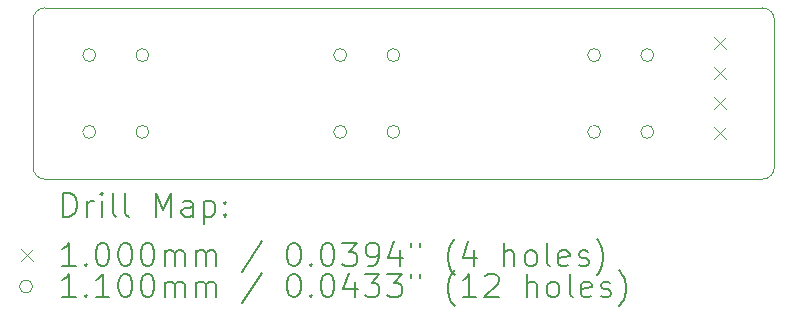
<source format=gbr>
%TF.GenerationSoftware,KiCad,Pcbnew,9.0.3*%
%TF.CreationDate,2025-07-21T12:13:00-07:00*%
%TF.ProjectId,buttons,62757474-6f6e-4732-9e6b-696361645f70,rev?*%
%TF.SameCoordinates,Original*%
%TF.FileFunction,Drillmap*%
%TF.FilePolarity,Positive*%
%FSLAX45Y45*%
G04 Gerber Fmt 4.5, Leading zero omitted, Abs format (unit mm)*
G04 Created by KiCad (PCBNEW 9.0.3) date 2025-07-21 12:13:00*
%MOMM*%
%LPD*%
G01*
G04 APERTURE LIST*
%ADD10C,0.100000*%
%ADD11C,0.050000*%
%ADD12C,0.200000*%
%ADD13C,0.110000*%
G04 APERTURE END LIST*
D10*
X10485000Y-18640000D02*
X10485000Y-17390000D01*
X16660000Y-18740000D02*
X10585000Y-18740000D01*
X16660000Y-17290000D02*
G75*
G02*
X16760000Y-17390000I0J-100000D01*
G01*
D11*
X16660000Y-17290000D02*
X14810000Y-17290000D01*
D10*
X16760000Y-18500000D02*
X16760000Y-18640000D01*
X16760000Y-18640000D02*
G75*
G02*
X16660000Y-18740000I-100000J0D01*
G01*
X10585000Y-17290083D02*
X14810000Y-17290000D01*
X10585000Y-18740000D02*
G75*
G02*
X10485000Y-18640000I0J100000D01*
G01*
X10485000Y-17390000D02*
G75*
G02*
X10585000Y-17290000I100000J0D01*
G01*
D11*
X16760000Y-17390000D02*
X16760000Y-18500000D01*
D12*
D10*
X16248500Y-17534000D02*
X16348500Y-17634000D01*
X16348500Y-17534000D02*
X16248500Y-17634000D01*
X16248500Y-17788000D02*
X16348500Y-17888000D01*
X16348500Y-17788000D02*
X16248500Y-17888000D01*
X16248500Y-18042000D02*
X16348500Y-18142000D01*
X16348500Y-18042000D02*
X16248500Y-18142000D01*
X16248500Y-18296000D02*
X16348500Y-18396000D01*
X16348500Y-18296000D02*
X16248500Y-18396000D01*
D13*
X11015000Y-17690000D02*
G75*
G02*
X10905000Y-17690000I-55000J0D01*
G01*
X10905000Y-17690000D02*
G75*
G02*
X11015000Y-17690000I55000J0D01*
G01*
X11015000Y-18340000D02*
G75*
G02*
X10905000Y-18340000I-55000J0D01*
G01*
X10905000Y-18340000D02*
G75*
G02*
X11015000Y-18340000I55000J0D01*
G01*
X11465000Y-18340000D02*
G75*
G02*
X11355000Y-18340000I-55000J0D01*
G01*
X11355000Y-18340000D02*
G75*
G02*
X11465000Y-18340000I55000J0D01*
G01*
X11465000Y-17690000D02*
G75*
G02*
X11355000Y-17690000I-55000J0D01*
G01*
X11355000Y-17690000D02*
G75*
G02*
X11465000Y-17690000I55000J0D01*
G01*
X13140000Y-17690000D02*
G75*
G02*
X13030000Y-17690000I-55000J0D01*
G01*
X13030000Y-17690000D02*
G75*
G02*
X13140000Y-17690000I55000J0D01*
G01*
X13140000Y-18340000D02*
G75*
G02*
X13030000Y-18340000I-55000J0D01*
G01*
X13030000Y-18340000D02*
G75*
G02*
X13140000Y-18340000I55000J0D01*
G01*
X13590000Y-18340000D02*
G75*
G02*
X13480000Y-18340000I-55000J0D01*
G01*
X13480000Y-18340000D02*
G75*
G02*
X13590000Y-18340000I55000J0D01*
G01*
X13590000Y-17690000D02*
G75*
G02*
X13480000Y-17690000I-55000J0D01*
G01*
X13480000Y-17690000D02*
G75*
G02*
X13590000Y-17690000I55000J0D01*
G01*
X15290000Y-17690000D02*
G75*
G02*
X15180000Y-17690000I-55000J0D01*
G01*
X15180000Y-17690000D02*
G75*
G02*
X15290000Y-17690000I55000J0D01*
G01*
X15290000Y-18340000D02*
G75*
G02*
X15180000Y-18340000I-55000J0D01*
G01*
X15180000Y-18340000D02*
G75*
G02*
X15290000Y-18340000I55000J0D01*
G01*
X15740000Y-18340000D02*
G75*
G02*
X15630000Y-18340000I-55000J0D01*
G01*
X15630000Y-18340000D02*
G75*
G02*
X15740000Y-18340000I55000J0D01*
G01*
X15740000Y-17690000D02*
G75*
G02*
X15630000Y-17690000I-55000J0D01*
G01*
X15630000Y-17690000D02*
G75*
G02*
X15740000Y-17690000I55000J0D01*
G01*
D12*
X10740777Y-19056484D02*
X10740777Y-18856484D01*
X10740777Y-18856484D02*
X10788396Y-18856484D01*
X10788396Y-18856484D02*
X10816967Y-18866008D01*
X10816967Y-18866008D02*
X10836015Y-18885055D01*
X10836015Y-18885055D02*
X10845539Y-18904103D01*
X10845539Y-18904103D02*
X10855062Y-18942198D01*
X10855062Y-18942198D02*
X10855062Y-18970770D01*
X10855062Y-18970770D02*
X10845539Y-19008865D01*
X10845539Y-19008865D02*
X10836015Y-19027912D01*
X10836015Y-19027912D02*
X10816967Y-19046960D01*
X10816967Y-19046960D02*
X10788396Y-19056484D01*
X10788396Y-19056484D02*
X10740777Y-19056484D01*
X10940777Y-19056484D02*
X10940777Y-18923150D01*
X10940777Y-18961246D02*
X10950301Y-18942198D01*
X10950301Y-18942198D02*
X10959824Y-18932674D01*
X10959824Y-18932674D02*
X10978872Y-18923150D01*
X10978872Y-18923150D02*
X10997920Y-18923150D01*
X11064586Y-19056484D02*
X11064586Y-18923150D01*
X11064586Y-18856484D02*
X11055062Y-18866008D01*
X11055062Y-18866008D02*
X11064586Y-18875531D01*
X11064586Y-18875531D02*
X11074110Y-18866008D01*
X11074110Y-18866008D02*
X11064586Y-18856484D01*
X11064586Y-18856484D02*
X11064586Y-18875531D01*
X11188396Y-19056484D02*
X11169348Y-19046960D01*
X11169348Y-19046960D02*
X11159824Y-19027912D01*
X11159824Y-19027912D02*
X11159824Y-18856484D01*
X11293158Y-19056484D02*
X11274110Y-19046960D01*
X11274110Y-19046960D02*
X11264586Y-19027912D01*
X11264586Y-19027912D02*
X11264586Y-18856484D01*
X11521729Y-19056484D02*
X11521729Y-18856484D01*
X11521729Y-18856484D02*
X11588396Y-18999341D01*
X11588396Y-18999341D02*
X11655062Y-18856484D01*
X11655062Y-18856484D02*
X11655062Y-19056484D01*
X11836015Y-19056484D02*
X11836015Y-18951722D01*
X11836015Y-18951722D02*
X11826491Y-18932674D01*
X11826491Y-18932674D02*
X11807443Y-18923150D01*
X11807443Y-18923150D02*
X11769348Y-18923150D01*
X11769348Y-18923150D02*
X11750300Y-18932674D01*
X11836015Y-19046960D02*
X11816967Y-19056484D01*
X11816967Y-19056484D02*
X11769348Y-19056484D01*
X11769348Y-19056484D02*
X11750300Y-19046960D01*
X11750300Y-19046960D02*
X11740777Y-19027912D01*
X11740777Y-19027912D02*
X11740777Y-19008865D01*
X11740777Y-19008865D02*
X11750300Y-18989817D01*
X11750300Y-18989817D02*
X11769348Y-18980293D01*
X11769348Y-18980293D02*
X11816967Y-18980293D01*
X11816967Y-18980293D02*
X11836015Y-18970770D01*
X11931253Y-18923150D02*
X11931253Y-19123150D01*
X11931253Y-18932674D02*
X11950300Y-18923150D01*
X11950300Y-18923150D02*
X11988396Y-18923150D01*
X11988396Y-18923150D02*
X12007443Y-18932674D01*
X12007443Y-18932674D02*
X12016967Y-18942198D01*
X12016967Y-18942198D02*
X12026491Y-18961246D01*
X12026491Y-18961246D02*
X12026491Y-19018389D01*
X12026491Y-19018389D02*
X12016967Y-19037436D01*
X12016967Y-19037436D02*
X12007443Y-19046960D01*
X12007443Y-19046960D02*
X11988396Y-19056484D01*
X11988396Y-19056484D02*
X11950300Y-19056484D01*
X11950300Y-19056484D02*
X11931253Y-19046960D01*
X12112205Y-19037436D02*
X12121729Y-19046960D01*
X12121729Y-19046960D02*
X12112205Y-19056484D01*
X12112205Y-19056484D02*
X12102681Y-19046960D01*
X12102681Y-19046960D02*
X12112205Y-19037436D01*
X12112205Y-19037436D02*
X12112205Y-19056484D01*
X12112205Y-18932674D02*
X12121729Y-18942198D01*
X12121729Y-18942198D02*
X12112205Y-18951722D01*
X12112205Y-18951722D02*
X12102681Y-18942198D01*
X12102681Y-18942198D02*
X12112205Y-18932674D01*
X12112205Y-18932674D02*
X12112205Y-18951722D01*
D10*
X10380000Y-19335000D02*
X10480000Y-19435000D01*
X10480000Y-19335000D02*
X10380000Y-19435000D01*
D12*
X10845539Y-19476484D02*
X10731253Y-19476484D01*
X10788396Y-19476484D02*
X10788396Y-19276484D01*
X10788396Y-19276484D02*
X10769348Y-19305055D01*
X10769348Y-19305055D02*
X10750301Y-19324103D01*
X10750301Y-19324103D02*
X10731253Y-19333627D01*
X10931253Y-19457436D02*
X10940777Y-19466960D01*
X10940777Y-19466960D02*
X10931253Y-19476484D01*
X10931253Y-19476484D02*
X10921729Y-19466960D01*
X10921729Y-19466960D02*
X10931253Y-19457436D01*
X10931253Y-19457436D02*
X10931253Y-19476484D01*
X11064586Y-19276484D02*
X11083634Y-19276484D01*
X11083634Y-19276484D02*
X11102682Y-19286008D01*
X11102682Y-19286008D02*
X11112205Y-19295531D01*
X11112205Y-19295531D02*
X11121729Y-19314579D01*
X11121729Y-19314579D02*
X11131253Y-19352674D01*
X11131253Y-19352674D02*
X11131253Y-19400293D01*
X11131253Y-19400293D02*
X11121729Y-19438389D01*
X11121729Y-19438389D02*
X11112205Y-19457436D01*
X11112205Y-19457436D02*
X11102682Y-19466960D01*
X11102682Y-19466960D02*
X11083634Y-19476484D01*
X11083634Y-19476484D02*
X11064586Y-19476484D01*
X11064586Y-19476484D02*
X11045539Y-19466960D01*
X11045539Y-19466960D02*
X11036015Y-19457436D01*
X11036015Y-19457436D02*
X11026491Y-19438389D01*
X11026491Y-19438389D02*
X11016967Y-19400293D01*
X11016967Y-19400293D02*
X11016967Y-19352674D01*
X11016967Y-19352674D02*
X11026491Y-19314579D01*
X11026491Y-19314579D02*
X11036015Y-19295531D01*
X11036015Y-19295531D02*
X11045539Y-19286008D01*
X11045539Y-19286008D02*
X11064586Y-19276484D01*
X11255062Y-19276484D02*
X11274110Y-19276484D01*
X11274110Y-19276484D02*
X11293158Y-19286008D01*
X11293158Y-19286008D02*
X11302681Y-19295531D01*
X11302681Y-19295531D02*
X11312205Y-19314579D01*
X11312205Y-19314579D02*
X11321729Y-19352674D01*
X11321729Y-19352674D02*
X11321729Y-19400293D01*
X11321729Y-19400293D02*
X11312205Y-19438389D01*
X11312205Y-19438389D02*
X11302681Y-19457436D01*
X11302681Y-19457436D02*
X11293158Y-19466960D01*
X11293158Y-19466960D02*
X11274110Y-19476484D01*
X11274110Y-19476484D02*
X11255062Y-19476484D01*
X11255062Y-19476484D02*
X11236015Y-19466960D01*
X11236015Y-19466960D02*
X11226491Y-19457436D01*
X11226491Y-19457436D02*
X11216967Y-19438389D01*
X11216967Y-19438389D02*
X11207443Y-19400293D01*
X11207443Y-19400293D02*
X11207443Y-19352674D01*
X11207443Y-19352674D02*
X11216967Y-19314579D01*
X11216967Y-19314579D02*
X11226491Y-19295531D01*
X11226491Y-19295531D02*
X11236015Y-19286008D01*
X11236015Y-19286008D02*
X11255062Y-19276484D01*
X11445539Y-19276484D02*
X11464586Y-19276484D01*
X11464586Y-19276484D02*
X11483634Y-19286008D01*
X11483634Y-19286008D02*
X11493158Y-19295531D01*
X11493158Y-19295531D02*
X11502681Y-19314579D01*
X11502681Y-19314579D02*
X11512205Y-19352674D01*
X11512205Y-19352674D02*
X11512205Y-19400293D01*
X11512205Y-19400293D02*
X11502681Y-19438389D01*
X11502681Y-19438389D02*
X11493158Y-19457436D01*
X11493158Y-19457436D02*
X11483634Y-19466960D01*
X11483634Y-19466960D02*
X11464586Y-19476484D01*
X11464586Y-19476484D02*
X11445539Y-19476484D01*
X11445539Y-19476484D02*
X11426491Y-19466960D01*
X11426491Y-19466960D02*
X11416967Y-19457436D01*
X11416967Y-19457436D02*
X11407443Y-19438389D01*
X11407443Y-19438389D02*
X11397920Y-19400293D01*
X11397920Y-19400293D02*
X11397920Y-19352674D01*
X11397920Y-19352674D02*
X11407443Y-19314579D01*
X11407443Y-19314579D02*
X11416967Y-19295531D01*
X11416967Y-19295531D02*
X11426491Y-19286008D01*
X11426491Y-19286008D02*
X11445539Y-19276484D01*
X11597920Y-19476484D02*
X11597920Y-19343150D01*
X11597920Y-19362198D02*
X11607443Y-19352674D01*
X11607443Y-19352674D02*
X11626491Y-19343150D01*
X11626491Y-19343150D02*
X11655062Y-19343150D01*
X11655062Y-19343150D02*
X11674110Y-19352674D01*
X11674110Y-19352674D02*
X11683634Y-19371722D01*
X11683634Y-19371722D02*
X11683634Y-19476484D01*
X11683634Y-19371722D02*
X11693158Y-19352674D01*
X11693158Y-19352674D02*
X11712205Y-19343150D01*
X11712205Y-19343150D02*
X11740777Y-19343150D01*
X11740777Y-19343150D02*
X11759824Y-19352674D01*
X11759824Y-19352674D02*
X11769348Y-19371722D01*
X11769348Y-19371722D02*
X11769348Y-19476484D01*
X11864586Y-19476484D02*
X11864586Y-19343150D01*
X11864586Y-19362198D02*
X11874110Y-19352674D01*
X11874110Y-19352674D02*
X11893158Y-19343150D01*
X11893158Y-19343150D02*
X11921729Y-19343150D01*
X11921729Y-19343150D02*
X11940777Y-19352674D01*
X11940777Y-19352674D02*
X11950301Y-19371722D01*
X11950301Y-19371722D02*
X11950301Y-19476484D01*
X11950301Y-19371722D02*
X11959824Y-19352674D01*
X11959824Y-19352674D02*
X11978872Y-19343150D01*
X11978872Y-19343150D02*
X12007443Y-19343150D01*
X12007443Y-19343150D02*
X12026491Y-19352674D01*
X12026491Y-19352674D02*
X12036015Y-19371722D01*
X12036015Y-19371722D02*
X12036015Y-19476484D01*
X12426491Y-19266960D02*
X12255063Y-19524103D01*
X12683634Y-19276484D02*
X12702682Y-19276484D01*
X12702682Y-19276484D02*
X12721729Y-19286008D01*
X12721729Y-19286008D02*
X12731253Y-19295531D01*
X12731253Y-19295531D02*
X12740777Y-19314579D01*
X12740777Y-19314579D02*
X12750301Y-19352674D01*
X12750301Y-19352674D02*
X12750301Y-19400293D01*
X12750301Y-19400293D02*
X12740777Y-19438389D01*
X12740777Y-19438389D02*
X12731253Y-19457436D01*
X12731253Y-19457436D02*
X12721729Y-19466960D01*
X12721729Y-19466960D02*
X12702682Y-19476484D01*
X12702682Y-19476484D02*
X12683634Y-19476484D01*
X12683634Y-19476484D02*
X12664586Y-19466960D01*
X12664586Y-19466960D02*
X12655063Y-19457436D01*
X12655063Y-19457436D02*
X12645539Y-19438389D01*
X12645539Y-19438389D02*
X12636015Y-19400293D01*
X12636015Y-19400293D02*
X12636015Y-19352674D01*
X12636015Y-19352674D02*
X12645539Y-19314579D01*
X12645539Y-19314579D02*
X12655063Y-19295531D01*
X12655063Y-19295531D02*
X12664586Y-19286008D01*
X12664586Y-19286008D02*
X12683634Y-19276484D01*
X12836015Y-19457436D02*
X12845539Y-19466960D01*
X12845539Y-19466960D02*
X12836015Y-19476484D01*
X12836015Y-19476484D02*
X12826491Y-19466960D01*
X12826491Y-19466960D02*
X12836015Y-19457436D01*
X12836015Y-19457436D02*
X12836015Y-19476484D01*
X12969348Y-19276484D02*
X12988396Y-19276484D01*
X12988396Y-19276484D02*
X13007444Y-19286008D01*
X13007444Y-19286008D02*
X13016967Y-19295531D01*
X13016967Y-19295531D02*
X13026491Y-19314579D01*
X13026491Y-19314579D02*
X13036015Y-19352674D01*
X13036015Y-19352674D02*
X13036015Y-19400293D01*
X13036015Y-19400293D02*
X13026491Y-19438389D01*
X13026491Y-19438389D02*
X13016967Y-19457436D01*
X13016967Y-19457436D02*
X13007444Y-19466960D01*
X13007444Y-19466960D02*
X12988396Y-19476484D01*
X12988396Y-19476484D02*
X12969348Y-19476484D01*
X12969348Y-19476484D02*
X12950301Y-19466960D01*
X12950301Y-19466960D02*
X12940777Y-19457436D01*
X12940777Y-19457436D02*
X12931253Y-19438389D01*
X12931253Y-19438389D02*
X12921729Y-19400293D01*
X12921729Y-19400293D02*
X12921729Y-19352674D01*
X12921729Y-19352674D02*
X12931253Y-19314579D01*
X12931253Y-19314579D02*
X12940777Y-19295531D01*
X12940777Y-19295531D02*
X12950301Y-19286008D01*
X12950301Y-19286008D02*
X12969348Y-19276484D01*
X13102682Y-19276484D02*
X13226491Y-19276484D01*
X13226491Y-19276484D02*
X13159824Y-19352674D01*
X13159824Y-19352674D02*
X13188396Y-19352674D01*
X13188396Y-19352674D02*
X13207444Y-19362198D01*
X13207444Y-19362198D02*
X13216967Y-19371722D01*
X13216967Y-19371722D02*
X13226491Y-19390770D01*
X13226491Y-19390770D02*
X13226491Y-19438389D01*
X13226491Y-19438389D02*
X13216967Y-19457436D01*
X13216967Y-19457436D02*
X13207444Y-19466960D01*
X13207444Y-19466960D02*
X13188396Y-19476484D01*
X13188396Y-19476484D02*
X13131253Y-19476484D01*
X13131253Y-19476484D02*
X13112205Y-19466960D01*
X13112205Y-19466960D02*
X13102682Y-19457436D01*
X13321729Y-19476484D02*
X13359824Y-19476484D01*
X13359824Y-19476484D02*
X13378872Y-19466960D01*
X13378872Y-19466960D02*
X13388396Y-19457436D01*
X13388396Y-19457436D02*
X13407444Y-19428865D01*
X13407444Y-19428865D02*
X13416967Y-19390770D01*
X13416967Y-19390770D02*
X13416967Y-19314579D01*
X13416967Y-19314579D02*
X13407444Y-19295531D01*
X13407444Y-19295531D02*
X13397920Y-19286008D01*
X13397920Y-19286008D02*
X13378872Y-19276484D01*
X13378872Y-19276484D02*
X13340777Y-19276484D01*
X13340777Y-19276484D02*
X13321729Y-19286008D01*
X13321729Y-19286008D02*
X13312205Y-19295531D01*
X13312205Y-19295531D02*
X13302682Y-19314579D01*
X13302682Y-19314579D02*
X13302682Y-19362198D01*
X13302682Y-19362198D02*
X13312205Y-19381246D01*
X13312205Y-19381246D02*
X13321729Y-19390770D01*
X13321729Y-19390770D02*
X13340777Y-19400293D01*
X13340777Y-19400293D02*
X13378872Y-19400293D01*
X13378872Y-19400293D02*
X13397920Y-19390770D01*
X13397920Y-19390770D02*
X13407444Y-19381246D01*
X13407444Y-19381246D02*
X13416967Y-19362198D01*
X13588396Y-19343150D02*
X13588396Y-19476484D01*
X13540777Y-19266960D02*
X13493158Y-19409817D01*
X13493158Y-19409817D02*
X13616967Y-19409817D01*
X13683634Y-19276484D02*
X13683634Y-19314579D01*
X13759825Y-19276484D02*
X13759825Y-19314579D01*
X14055063Y-19552674D02*
X14045539Y-19543150D01*
X14045539Y-19543150D02*
X14026491Y-19514579D01*
X14026491Y-19514579D02*
X14016967Y-19495531D01*
X14016967Y-19495531D02*
X14007444Y-19466960D01*
X14007444Y-19466960D02*
X13997920Y-19419341D01*
X13997920Y-19419341D02*
X13997920Y-19381246D01*
X13997920Y-19381246D02*
X14007444Y-19333627D01*
X14007444Y-19333627D02*
X14016967Y-19305055D01*
X14016967Y-19305055D02*
X14026491Y-19286008D01*
X14026491Y-19286008D02*
X14045539Y-19257436D01*
X14045539Y-19257436D02*
X14055063Y-19247912D01*
X14216967Y-19343150D02*
X14216967Y-19476484D01*
X14169348Y-19266960D02*
X14121729Y-19409817D01*
X14121729Y-19409817D02*
X14245539Y-19409817D01*
X14474110Y-19476484D02*
X14474110Y-19276484D01*
X14559825Y-19476484D02*
X14559825Y-19371722D01*
X14559825Y-19371722D02*
X14550301Y-19352674D01*
X14550301Y-19352674D02*
X14531253Y-19343150D01*
X14531253Y-19343150D02*
X14502682Y-19343150D01*
X14502682Y-19343150D02*
X14483634Y-19352674D01*
X14483634Y-19352674D02*
X14474110Y-19362198D01*
X14683634Y-19476484D02*
X14664587Y-19466960D01*
X14664587Y-19466960D02*
X14655063Y-19457436D01*
X14655063Y-19457436D02*
X14645539Y-19438389D01*
X14645539Y-19438389D02*
X14645539Y-19381246D01*
X14645539Y-19381246D02*
X14655063Y-19362198D01*
X14655063Y-19362198D02*
X14664587Y-19352674D01*
X14664587Y-19352674D02*
X14683634Y-19343150D01*
X14683634Y-19343150D02*
X14712206Y-19343150D01*
X14712206Y-19343150D02*
X14731253Y-19352674D01*
X14731253Y-19352674D02*
X14740777Y-19362198D01*
X14740777Y-19362198D02*
X14750301Y-19381246D01*
X14750301Y-19381246D02*
X14750301Y-19438389D01*
X14750301Y-19438389D02*
X14740777Y-19457436D01*
X14740777Y-19457436D02*
X14731253Y-19466960D01*
X14731253Y-19466960D02*
X14712206Y-19476484D01*
X14712206Y-19476484D02*
X14683634Y-19476484D01*
X14864587Y-19476484D02*
X14845539Y-19466960D01*
X14845539Y-19466960D02*
X14836015Y-19447912D01*
X14836015Y-19447912D02*
X14836015Y-19276484D01*
X15016968Y-19466960D02*
X14997920Y-19476484D01*
X14997920Y-19476484D02*
X14959825Y-19476484D01*
X14959825Y-19476484D02*
X14940777Y-19466960D01*
X14940777Y-19466960D02*
X14931253Y-19447912D01*
X14931253Y-19447912D02*
X14931253Y-19371722D01*
X14931253Y-19371722D02*
X14940777Y-19352674D01*
X14940777Y-19352674D02*
X14959825Y-19343150D01*
X14959825Y-19343150D02*
X14997920Y-19343150D01*
X14997920Y-19343150D02*
X15016968Y-19352674D01*
X15016968Y-19352674D02*
X15026491Y-19371722D01*
X15026491Y-19371722D02*
X15026491Y-19390770D01*
X15026491Y-19390770D02*
X14931253Y-19409817D01*
X15102682Y-19466960D02*
X15121729Y-19476484D01*
X15121729Y-19476484D02*
X15159825Y-19476484D01*
X15159825Y-19476484D02*
X15178872Y-19466960D01*
X15178872Y-19466960D02*
X15188396Y-19447912D01*
X15188396Y-19447912D02*
X15188396Y-19438389D01*
X15188396Y-19438389D02*
X15178872Y-19419341D01*
X15178872Y-19419341D02*
X15159825Y-19409817D01*
X15159825Y-19409817D02*
X15131253Y-19409817D01*
X15131253Y-19409817D02*
X15112206Y-19400293D01*
X15112206Y-19400293D02*
X15102682Y-19381246D01*
X15102682Y-19381246D02*
X15102682Y-19371722D01*
X15102682Y-19371722D02*
X15112206Y-19352674D01*
X15112206Y-19352674D02*
X15131253Y-19343150D01*
X15131253Y-19343150D02*
X15159825Y-19343150D01*
X15159825Y-19343150D02*
X15178872Y-19352674D01*
X15255063Y-19552674D02*
X15264587Y-19543150D01*
X15264587Y-19543150D02*
X15283634Y-19514579D01*
X15283634Y-19514579D02*
X15293158Y-19495531D01*
X15293158Y-19495531D02*
X15302682Y-19466960D01*
X15302682Y-19466960D02*
X15312206Y-19419341D01*
X15312206Y-19419341D02*
X15312206Y-19381246D01*
X15312206Y-19381246D02*
X15302682Y-19333627D01*
X15302682Y-19333627D02*
X15293158Y-19305055D01*
X15293158Y-19305055D02*
X15283634Y-19286008D01*
X15283634Y-19286008D02*
X15264587Y-19257436D01*
X15264587Y-19257436D02*
X15255063Y-19247912D01*
D13*
X10480000Y-19649000D02*
G75*
G02*
X10370000Y-19649000I-55000J0D01*
G01*
X10370000Y-19649000D02*
G75*
G02*
X10480000Y-19649000I55000J0D01*
G01*
D12*
X10845539Y-19740484D02*
X10731253Y-19740484D01*
X10788396Y-19740484D02*
X10788396Y-19540484D01*
X10788396Y-19540484D02*
X10769348Y-19569055D01*
X10769348Y-19569055D02*
X10750301Y-19588103D01*
X10750301Y-19588103D02*
X10731253Y-19597627D01*
X10931253Y-19721436D02*
X10940777Y-19730960D01*
X10940777Y-19730960D02*
X10931253Y-19740484D01*
X10931253Y-19740484D02*
X10921729Y-19730960D01*
X10921729Y-19730960D02*
X10931253Y-19721436D01*
X10931253Y-19721436D02*
X10931253Y-19740484D01*
X11131253Y-19740484D02*
X11016967Y-19740484D01*
X11074110Y-19740484D02*
X11074110Y-19540484D01*
X11074110Y-19540484D02*
X11055062Y-19569055D01*
X11055062Y-19569055D02*
X11036015Y-19588103D01*
X11036015Y-19588103D02*
X11016967Y-19597627D01*
X11255062Y-19540484D02*
X11274110Y-19540484D01*
X11274110Y-19540484D02*
X11293158Y-19550008D01*
X11293158Y-19550008D02*
X11302681Y-19559531D01*
X11302681Y-19559531D02*
X11312205Y-19578579D01*
X11312205Y-19578579D02*
X11321729Y-19616674D01*
X11321729Y-19616674D02*
X11321729Y-19664293D01*
X11321729Y-19664293D02*
X11312205Y-19702389D01*
X11312205Y-19702389D02*
X11302681Y-19721436D01*
X11302681Y-19721436D02*
X11293158Y-19730960D01*
X11293158Y-19730960D02*
X11274110Y-19740484D01*
X11274110Y-19740484D02*
X11255062Y-19740484D01*
X11255062Y-19740484D02*
X11236015Y-19730960D01*
X11236015Y-19730960D02*
X11226491Y-19721436D01*
X11226491Y-19721436D02*
X11216967Y-19702389D01*
X11216967Y-19702389D02*
X11207443Y-19664293D01*
X11207443Y-19664293D02*
X11207443Y-19616674D01*
X11207443Y-19616674D02*
X11216967Y-19578579D01*
X11216967Y-19578579D02*
X11226491Y-19559531D01*
X11226491Y-19559531D02*
X11236015Y-19550008D01*
X11236015Y-19550008D02*
X11255062Y-19540484D01*
X11445539Y-19540484D02*
X11464586Y-19540484D01*
X11464586Y-19540484D02*
X11483634Y-19550008D01*
X11483634Y-19550008D02*
X11493158Y-19559531D01*
X11493158Y-19559531D02*
X11502681Y-19578579D01*
X11502681Y-19578579D02*
X11512205Y-19616674D01*
X11512205Y-19616674D02*
X11512205Y-19664293D01*
X11512205Y-19664293D02*
X11502681Y-19702389D01*
X11502681Y-19702389D02*
X11493158Y-19721436D01*
X11493158Y-19721436D02*
X11483634Y-19730960D01*
X11483634Y-19730960D02*
X11464586Y-19740484D01*
X11464586Y-19740484D02*
X11445539Y-19740484D01*
X11445539Y-19740484D02*
X11426491Y-19730960D01*
X11426491Y-19730960D02*
X11416967Y-19721436D01*
X11416967Y-19721436D02*
X11407443Y-19702389D01*
X11407443Y-19702389D02*
X11397920Y-19664293D01*
X11397920Y-19664293D02*
X11397920Y-19616674D01*
X11397920Y-19616674D02*
X11407443Y-19578579D01*
X11407443Y-19578579D02*
X11416967Y-19559531D01*
X11416967Y-19559531D02*
X11426491Y-19550008D01*
X11426491Y-19550008D02*
X11445539Y-19540484D01*
X11597920Y-19740484D02*
X11597920Y-19607150D01*
X11597920Y-19626198D02*
X11607443Y-19616674D01*
X11607443Y-19616674D02*
X11626491Y-19607150D01*
X11626491Y-19607150D02*
X11655062Y-19607150D01*
X11655062Y-19607150D02*
X11674110Y-19616674D01*
X11674110Y-19616674D02*
X11683634Y-19635722D01*
X11683634Y-19635722D02*
X11683634Y-19740484D01*
X11683634Y-19635722D02*
X11693158Y-19616674D01*
X11693158Y-19616674D02*
X11712205Y-19607150D01*
X11712205Y-19607150D02*
X11740777Y-19607150D01*
X11740777Y-19607150D02*
X11759824Y-19616674D01*
X11759824Y-19616674D02*
X11769348Y-19635722D01*
X11769348Y-19635722D02*
X11769348Y-19740484D01*
X11864586Y-19740484D02*
X11864586Y-19607150D01*
X11864586Y-19626198D02*
X11874110Y-19616674D01*
X11874110Y-19616674D02*
X11893158Y-19607150D01*
X11893158Y-19607150D02*
X11921729Y-19607150D01*
X11921729Y-19607150D02*
X11940777Y-19616674D01*
X11940777Y-19616674D02*
X11950301Y-19635722D01*
X11950301Y-19635722D02*
X11950301Y-19740484D01*
X11950301Y-19635722D02*
X11959824Y-19616674D01*
X11959824Y-19616674D02*
X11978872Y-19607150D01*
X11978872Y-19607150D02*
X12007443Y-19607150D01*
X12007443Y-19607150D02*
X12026491Y-19616674D01*
X12026491Y-19616674D02*
X12036015Y-19635722D01*
X12036015Y-19635722D02*
X12036015Y-19740484D01*
X12426491Y-19530960D02*
X12255063Y-19788103D01*
X12683634Y-19540484D02*
X12702682Y-19540484D01*
X12702682Y-19540484D02*
X12721729Y-19550008D01*
X12721729Y-19550008D02*
X12731253Y-19559531D01*
X12731253Y-19559531D02*
X12740777Y-19578579D01*
X12740777Y-19578579D02*
X12750301Y-19616674D01*
X12750301Y-19616674D02*
X12750301Y-19664293D01*
X12750301Y-19664293D02*
X12740777Y-19702389D01*
X12740777Y-19702389D02*
X12731253Y-19721436D01*
X12731253Y-19721436D02*
X12721729Y-19730960D01*
X12721729Y-19730960D02*
X12702682Y-19740484D01*
X12702682Y-19740484D02*
X12683634Y-19740484D01*
X12683634Y-19740484D02*
X12664586Y-19730960D01*
X12664586Y-19730960D02*
X12655063Y-19721436D01*
X12655063Y-19721436D02*
X12645539Y-19702389D01*
X12645539Y-19702389D02*
X12636015Y-19664293D01*
X12636015Y-19664293D02*
X12636015Y-19616674D01*
X12636015Y-19616674D02*
X12645539Y-19578579D01*
X12645539Y-19578579D02*
X12655063Y-19559531D01*
X12655063Y-19559531D02*
X12664586Y-19550008D01*
X12664586Y-19550008D02*
X12683634Y-19540484D01*
X12836015Y-19721436D02*
X12845539Y-19730960D01*
X12845539Y-19730960D02*
X12836015Y-19740484D01*
X12836015Y-19740484D02*
X12826491Y-19730960D01*
X12826491Y-19730960D02*
X12836015Y-19721436D01*
X12836015Y-19721436D02*
X12836015Y-19740484D01*
X12969348Y-19540484D02*
X12988396Y-19540484D01*
X12988396Y-19540484D02*
X13007444Y-19550008D01*
X13007444Y-19550008D02*
X13016967Y-19559531D01*
X13016967Y-19559531D02*
X13026491Y-19578579D01*
X13026491Y-19578579D02*
X13036015Y-19616674D01*
X13036015Y-19616674D02*
X13036015Y-19664293D01*
X13036015Y-19664293D02*
X13026491Y-19702389D01*
X13026491Y-19702389D02*
X13016967Y-19721436D01*
X13016967Y-19721436D02*
X13007444Y-19730960D01*
X13007444Y-19730960D02*
X12988396Y-19740484D01*
X12988396Y-19740484D02*
X12969348Y-19740484D01*
X12969348Y-19740484D02*
X12950301Y-19730960D01*
X12950301Y-19730960D02*
X12940777Y-19721436D01*
X12940777Y-19721436D02*
X12931253Y-19702389D01*
X12931253Y-19702389D02*
X12921729Y-19664293D01*
X12921729Y-19664293D02*
X12921729Y-19616674D01*
X12921729Y-19616674D02*
X12931253Y-19578579D01*
X12931253Y-19578579D02*
X12940777Y-19559531D01*
X12940777Y-19559531D02*
X12950301Y-19550008D01*
X12950301Y-19550008D02*
X12969348Y-19540484D01*
X13207444Y-19607150D02*
X13207444Y-19740484D01*
X13159824Y-19530960D02*
X13112205Y-19673817D01*
X13112205Y-19673817D02*
X13236015Y-19673817D01*
X13293158Y-19540484D02*
X13416967Y-19540484D01*
X13416967Y-19540484D02*
X13350301Y-19616674D01*
X13350301Y-19616674D02*
X13378872Y-19616674D01*
X13378872Y-19616674D02*
X13397920Y-19626198D01*
X13397920Y-19626198D02*
X13407444Y-19635722D01*
X13407444Y-19635722D02*
X13416967Y-19654770D01*
X13416967Y-19654770D02*
X13416967Y-19702389D01*
X13416967Y-19702389D02*
X13407444Y-19721436D01*
X13407444Y-19721436D02*
X13397920Y-19730960D01*
X13397920Y-19730960D02*
X13378872Y-19740484D01*
X13378872Y-19740484D02*
X13321729Y-19740484D01*
X13321729Y-19740484D02*
X13302682Y-19730960D01*
X13302682Y-19730960D02*
X13293158Y-19721436D01*
X13483634Y-19540484D02*
X13607444Y-19540484D01*
X13607444Y-19540484D02*
X13540777Y-19616674D01*
X13540777Y-19616674D02*
X13569348Y-19616674D01*
X13569348Y-19616674D02*
X13588396Y-19626198D01*
X13588396Y-19626198D02*
X13597920Y-19635722D01*
X13597920Y-19635722D02*
X13607444Y-19654770D01*
X13607444Y-19654770D02*
X13607444Y-19702389D01*
X13607444Y-19702389D02*
X13597920Y-19721436D01*
X13597920Y-19721436D02*
X13588396Y-19730960D01*
X13588396Y-19730960D02*
X13569348Y-19740484D01*
X13569348Y-19740484D02*
X13512205Y-19740484D01*
X13512205Y-19740484D02*
X13493158Y-19730960D01*
X13493158Y-19730960D02*
X13483634Y-19721436D01*
X13683634Y-19540484D02*
X13683634Y-19578579D01*
X13759825Y-19540484D02*
X13759825Y-19578579D01*
X14055063Y-19816674D02*
X14045539Y-19807150D01*
X14045539Y-19807150D02*
X14026491Y-19778579D01*
X14026491Y-19778579D02*
X14016967Y-19759531D01*
X14016967Y-19759531D02*
X14007444Y-19730960D01*
X14007444Y-19730960D02*
X13997920Y-19683341D01*
X13997920Y-19683341D02*
X13997920Y-19645246D01*
X13997920Y-19645246D02*
X14007444Y-19597627D01*
X14007444Y-19597627D02*
X14016967Y-19569055D01*
X14016967Y-19569055D02*
X14026491Y-19550008D01*
X14026491Y-19550008D02*
X14045539Y-19521436D01*
X14045539Y-19521436D02*
X14055063Y-19511912D01*
X14236015Y-19740484D02*
X14121729Y-19740484D01*
X14178872Y-19740484D02*
X14178872Y-19540484D01*
X14178872Y-19540484D02*
X14159825Y-19569055D01*
X14159825Y-19569055D02*
X14140777Y-19588103D01*
X14140777Y-19588103D02*
X14121729Y-19597627D01*
X14312206Y-19559531D02*
X14321729Y-19550008D01*
X14321729Y-19550008D02*
X14340777Y-19540484D01*
X14340777Y-19540484D02*
X14388396Y-19540484D01*
X14388396Y-19540484D02*
X14407444Y-19550008D01*
X14407444Y-19550008D02*
X14416967Y-19559531D01*
X14416967Y-19559531D02*
X14426491Y-19578579D01*
X14426491Y-19578579D02*
X14426491Y-19597627D01*
X14426491Y-19597627D02*
X14416967Y-19626198D01*
X14416967Y-19626198D02*
X14302682Y-19740484D01*
X14302682Y-19740484D02*
X14426491Y-19740484D01*
X14664587Y-19740484D02*
X14664587Y-19540484D01*
X14750301Y-19740484D02*
X14750301Y-19635722D01*
X14750301Y-19635722D02*
X14740777Y-19616674D01*
X14740777Y-19616674D02*
X14721729Y-19607150D01*
X14721729Y-19607150D02*
X14693158Y-19607150D01*
X14693158Y-19607150D02*
X14674110Y-19616674D01*
X14674110Y-19616674D02*
X14664587Y-19626198D01*
X14874110Y-19740484D02*
X14855063Y-19730960D01*
X14855063Y-19730960D02*
X14845539Y-19721436D01*
X14845539Y-19721436D02*
X14836015Y-19702389D01*
X14836015Y-19702389D02*
X14836015Y-19645246D01*
X14836015Y-19645246D02*
X14845539Y-19626198D01*
X14845539Y-19626198D02*
X14855063Y-19616674D01*
X14855063Y-19616674D02*
X14874110Y-19607150D01*
X14874110Y-19607150D02*
X14902682Y-19607150D01*
X14902682Y-19607150D02*
X14921729Y-19616674D01*
X14921729Y-19616674D02*
X14931253Y-19626198D01*
X14931253Y-19626198D02*
X14940777Y-19645246D01*
X14940777Y-19645246D02*
X14940777Y-19702389D01*
X14940777Y-19702389D02*
X14931253Y-19721436D01*
X14931253Y-19721436D02*
X14921729Y-19730960D01*
X14921729Y-19730960D02*
X14902682Y-19740484D01*
X14902682Y-19740484D02*
X14874110Y-19740484D01*
X15055063Y-19740484D02*
X15036015Y-19730960D01*
X15036015Y-19730960D02*
X15026491Y-19711912D01*
X15026491Y-19711912D02*
X15026491Y-19540484D01*
X15207444Y-19730960D02*
X15188396Y-19740484D01*
X15188396Y-19740484D02*
X15150301Y-19740484D01*
X15150301Y-19740484D02*
X15131253Y-19730960D01*
X15131253Y-19730960D02*
X15121729Y-19711912D01*
X15121729Y-19711912D02*
X15121729Y-19635722D01*
X15121729Y-19635722D02*
X15131253Y-19616674D01*
X15131253Y-19616674D02*
X15150301Y-19607150D01*
X15150301Y-19607150D02*
X15188396Y-19607150D01*
X15188396Y-19607150D02*
X15207444Y-19616674D01*
X15207444Y-19616674D02*
X15216968Y-19635722D01*
X15216968Y-19635722D02*
X15216968Y-19654770D01*
X15216968Y-19654770D02*
X15121729Y-19673817D01*
X15293158Y-19730960D02*
X15312206Y-19740484D01*
X15312206Y-19740484D02*
X15350301Y-19740484D01*
X15350301Y-19740484D02*
X15369349Y-19730960D01*
X15369349Y-19730960D02*
X15378872Y-19711912D01*
X15378872Y-19711912D02*
X15378872Y-19702389D01*
X15378872Y-19702389D02*
X15369349Y-19683341D01*
X15369349Y-19683341D02*
X15350301Y-19673817D01*
X15350301Y-19673817D02*
X15321729Y-19673817D01*
X15321729Y-19673817D02*
X15302682Y-19664293D01*
X15302682Y-19664293D02*
X15293158Y-19645246D01*
X15293158Y-19645246D02*
X15293158Y-19635722D01*
X15293158Y-19635722D02*
X15302682Y-19616674D01*
X15302682Y-19616674D02*
X15321729Y-19607150D01*
X15321729Y-19607150D02*
X15350301Y-19607150D01*
X15350301Y-19607150D02*
X15369349Y-19616674D01*
X15445539Y-19816674D02*
X15455063Y-19807150D01*
X15455063Y-19807150D02*
X15474110Y-19778579D01*
X15474110Y-19778579D02*
X15483634Y-19759531D01*
X15483634Y-19759531D02*
X15493158Y-19730960D01*
X15493158Y-19730960D02*
X15502682Y-19683341D01*
X15502682Y-19683341D02*
X15502682Y-19645246D01*
X15502682Y-19645246D02*
X15493158Y-19597627D01*
X15493158Y-19597627D02*
X15483634Y-19569055D01*
X15483634Y-19569055D02*
X15474110Y-19550008D01*
X15474110Y-19550008D02*
X15455063Y-19521436D01*
X15455063Y-19521436D02*
X15445539Y-19511912D01*
M02*

</source>
